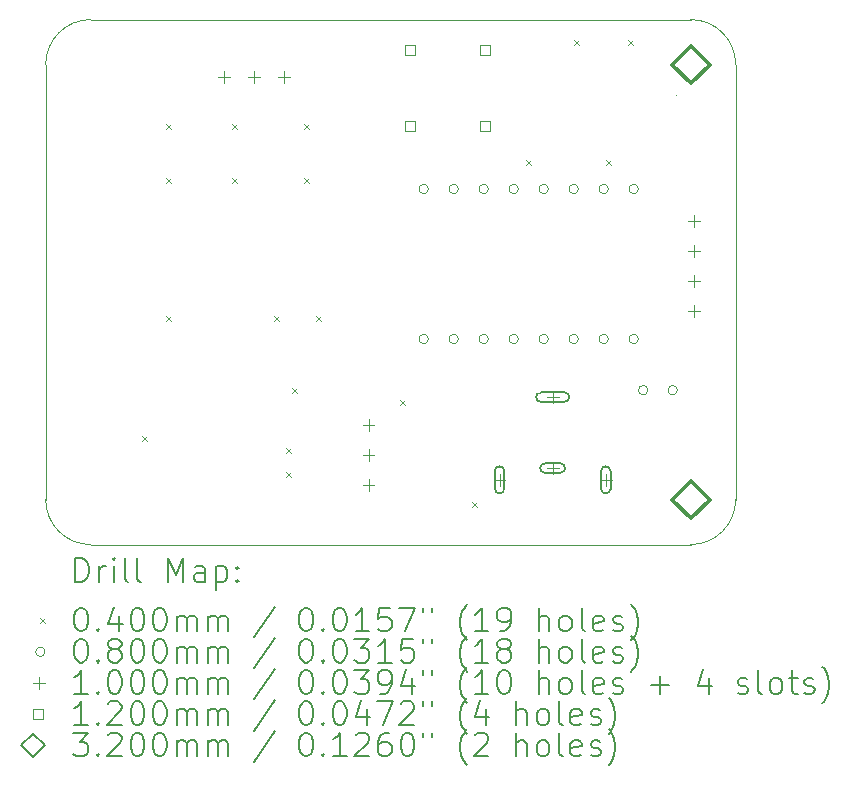
<source format=gbr>
%FSLAX45Y45*%
G04 Gerber Fmt 4.5, Leading zero omitted, Abs format (unit mm)*
G04 Created by KiCad (PCBNEW (6.0.1)) date 2022-02-11 20:30:37*
%MOMM*%
%LPD*%
G01*
G04 APERTURE LIST*
%TA.AperFunction,Profile*%
%ADD10C,0.100000*%
%TD*%
%ADD11C,0.200000*%
%ADD12C,0.040000*%
%ADD13C,0.080000*%
%ADD14C,0.100000*%
%ADD15C,0.120000*%
%ADD16C,0.320000*%
G04 APERTURE END LIST*
D10*
X13081000Y-5015500D02*
G75*
G03*
X13081000Y-5015500I0J0D01*
G01*
X7747000Y-8444500D02*
G75*
G03*
X8128000Y-8825500I381000J0D01*
G01*
X13589000Y-4761500D02*
G75*
G03*
X13208000Y-4380500I-381000J0D01*
G01*
X8128000Y-4380500D02*
G75*
G03*
X7747000Y-4761500I0J-381000D01*
G01*
X7747000Y-4761500D02*
X7747000Y-8444500D01*
X13589000Y-8444500D02*
X13589000Y-4761500D01*
X8128000Y-8825500D02*
X13208000Y-8825500D01*
X13208000Y-4380500D02*
X8128000Y-4380500D01*
X13208000Y-8825500D02*
G75*
G03*
X13589000Y-8444500I0J381000D01*
G01*
D11*
D12*
X8565200Y-7904800D02*
X8605200Y-7944800D01*
X8605200Y-7904800D02*
X8565200Y-7944800D01*
X8768400Y-5263200D02*
X8808400Y-5303200D01*
X8808400Y-5263200D02*
X8768400Y-5303200D01*
X8768400Y-5720400D02*
X8808400Y-5760400D01*
X8808400Y-5720400D02*
X8768400Y-5760400D01*
X8768400Y-6888800D02*
X8808400Y-6928800D01*
X8808400Y-6888800D02*
X8768400Y-6928800D01*
X9327200Y-5263200D02*
X9367200Y-5303200D01*
X9367200Y-5263200D02*
X9327200Y-5303200D01*
X9327200Y-5720400D02*
X9367200Y-5760400D01*
X9367200Y-5720400D02*
X9327200Y-5760400D01*
X9682800Y-6888800D02*
X9722800Y-6928800D01*
X9722800Y-6888800D02*
X9682800Y-6928800D01*
X9784400Y-8006400D02*
X9824400Y-8046400D01*
X9824400Y-8006400D02*
X9784400Y-8046400D01*
X9784400Y-8209600D02*
X9824400Y-8249600D01*
X9824400Y-8209600D02*
X9784400Y-8249600D01*
X9835200Y-7498400D02*
X9875200Y-7538400D01*
X9875200Y-7498400D02*
X9835200Y-7538400D01*
X9936800Y-5263200D02*
X9976800Y-5303200D01*
X9976800Y-5263200D02*
X9936800Y-5303200D01*
X9936800Y-5720400D02*
X9976800Y-5760400D01*
X9976800Y-5720400D02*
X9936800Y-5760400D01*
X10038400Y-6888800D02*
X10078400Y-6928800D01*
X10078400Y-6888800D02*
X10038400Y-6928800D01*
X10749600Y-7600000D02*
X10789600Y-7640000D01*
X10789600Y-7600000D02*
X10749600Y-7640000D01*
X11359200Y-8463600D02*
X11399200Y-8503600D01*
X11399200Y-8463600D02*
X11359200Y-8503600D01*
X11816400Y-5568000D02*
X11856400Y-5608000D01*
X11856400Y-5568000D02*
X11816400Y-5608000D01*
X12222800Y-4552000D02*
X12262800Y-4592000D01*
X12262800Y-4552000D02*
X12222800Y-4592000D01*
X12492040Y-5568000D02*
X12532040Y-5608000D01*
X12532040Y-5568000D02*
X12492040Y-5608000D01*
X12680000Y-4552000D02*
X12720000Y-4592000D01*
X12720000Y-4552000D02*
X12680000Y-4592000D01*
D13*
X10987400Y-5815600D02*
G75*
G03*
X10987400Y-5815600I-40000J0D01*
G01*
X10987400Y-7085600D02*
G75*
G03*
X10987400Y-7085600I-40000J0D01*
G01*
X11241400Y-5815600D02*
G75*
G03*
X11241400Y-5815600I-40000J0D01*
G01*
X11241400Y-7085600D02*
G75*
G03*
X11241400Y-7085600I-40000J0D01*
G01*
X11495400Y-5815600D02*
G75*
G03*
X11495400Y-5815600I-40000J0D01*
G01*
X11495400Y-7085600D02*
G75*
G03*
X11495400Y-7085600I-40000J0D01*
G01*
X11749400Y-5815600D02*
G75*
G03*
X11749400Y-5815600I-40000J0D01*
G01*
X11749400Y-7085600D02*
G75*
G03*
X11749400Y-7085600I-40000J0D01*
G01*
X12003400Y-5815600D02*
G75*
G03*
X12003400Y-5815600I-40000J0D01*
G01*
X12003400Y-7085600D02*
G75*
G03*
X12003400Y-7085600I-40000J0D01*
G01*
X12257400Y-5815600D02*
G75*
G03*
X12257400Y-5815600I-40000J0D01*
G01*
X12257400Y-7085600D02*
G75*
G03*
X12257400Y-7085600I-40000J0D01*
G01*
X12511400Y-5815600D02*
G75*
G03*
X12511400Y-5815600I-40000J0D01*
G01*
X12511400Y-7085600D02*
G75*
G03*
X12511400Y-7085600I-40000J0D01*
G01*
X12765400Y-5815600D02*
G75*
G03*
X12765400Y-5815600I-40000J0D01*
G01*
X12765400Y-7085600D02*
G75*
G03*
X12765400Y-7085600I-40000J0D01*
G01*
X12845600Y-7518400D02*
G75*
G03*
X12845600Y-7518400I-40000J0D01*
G01*
X13095600Y-7518400D02*
G75*
G03*
X13095600Y-7518400I-40000J0D01*
G01*
D14*
X9258300Y-4814100D02*
X9258300Y-4914100D01*
X9208300Y-4864100D02*
X9308300Y-4864100D01*
X9512300Y-4814100D02*
X9512300Y-4914100D01*
X9462300Y-4864100D02*
X9562300Y-4864100D01*
X9766300Y-4814100D02*
X9766300Y-4914100D01*
X9716300Y-4864100D02*
X9816300Y-4864100D01*
X10480650Y-7764990D02*
X10480650Y-7864990D01*
X10430650Y-7814990D02*
X10530650Y-7814990D01*
X10480650Y-8018990D02*
X10480650Y-8118990D01*
X10430650Y-8068990D02*
X10530650Y-8068990D01*
X10480650Y-8272990D02*
X10480650Y-8372990D01*
X10430650Y-8322990D02*
X10530650Y-8322990D01*
X11589600Y-8228000D02*
X11589600Y-8328000D01*
X11539600Y-8278000D02*
X11639600Y-8278000D01*
D11*
X11549600Y-8203000D02*
X11549600Y-8353000D01*
X11629600Y-8203000D02*
X11629600Y-8353000D01*
X11549600Y-8353000D02*
G75*
G03*
X11629600Y-8353000I40000J0D01*
G01*
X11629600Y-8203000D02*
G75*
G03*
X11549600Y-8203000I-40000J0D01*
G01*
D14*
X12039600Y-7528000D02*
X12039600Y-7628000D01*
X11989600Y-7578000D02*
X12089600Y-7578000D01*
D11*
X11939600Y-7618000D02*
X12139600Y-7618000D01*
X11939600Y-7538000D02*
X12139600Y-7538000D01*
X12139600Y-7618000D02*
G75*
G03*
X12139600Y-7538000I0J40000D01*
G01*
X11939600Y-7538000D02*
G75*
G03*
X11939600Y-7618000I0J-40000D01*
G01*
D14*
X12039600Y-8128000D02*
X12039600Y-8228000D01*
X11989600Y-8178000D02*
X12089600Y-8178000D01*
D11*
X11974600Y-8218000D02*
X12104600Y-8218000D01*
X11974600Y-8138000D02*
X12104600Y-8138000D01*
X12104600Y-8218000D02*
G75*
G03*
X12104600Y-8138000I0J40000D01*
G01*
X11974600Y-8138000D02*
G75*
G03*
X11974600Y-8218000I0J-40000D01*
G01*
D14*
X12489600Y-8228000D02*
X12489600Y-8328000D01*
X12439600Y-8278000D02*
X12539600Y-8278000D01*
D11*
X12449600Y-8203000D02*
X12449600Y-8353000D01*
X12529600Y-8203000D02*
X12529600Y-8353000D01*
X12449600Y-8353000D02*
G75*
G03*
X12529600Y-8353000I40000J0D01*
G01*
X12529600Y-8203000D02*
G75*
G03*
X12449600Y-8203000I-40000J0D01*
G01*
D14*
X13233030Y-6036590D02*
X13233030Y-6136590D01*
X13183030Y-6086590D02*
X13283030Y-6086590D01*
X13233030Y-6290590D02*
X13233030Y-6390590D01*
X13183030Y-6340590D02*
X13283030Y-6340590D01*
X13233030Y-6544590D02*
X13233030Y-6644590D01*
X13183030Y-6594590D02*
X13283030Y-6594590D01*
X13233030Y-6798590D02*
X13233030Y-6898590D01*
X13183030Y-6848590D02*
X13283030Y-6848590D01*
D15*
X10875527Y-4684327D02*
X10875527Y-4599473D01*
X10790673Y-4599473D01*
X10790673Y-4684327D01*
X10875527Y-4684327D01*
X10875527Y-5324327D02*
X10875527Y-5239473D01*
X10790673Y-5239473D01*
X10790673Y-5324327D01*
X10875527Y-5324327D01*
X11510527Y-4684327D02*
X11510527Y-4599473D01*
X11425673Y-4599473D01*
X11425673Y-4684327D01*
X11510527Y-4684327D01*
X11510527Y-5324327D02*
X11510527Y-5239473D01*
X11425673Y-5239473D01*
X11425673Y-5324327D01*
X11510527Y-5324327D01*
D16*
X13208000Y-4921500D02*
X13368000Y-4761500D01*
X13208000Y-4601500D01*
X13048000Y-4761500D01*
X13208000Y-4921500D01*
X13208000Y-8604500D02*
X13368000Y-8444500D01*
X13208000Y-8284500D01*
X13048000Y-8444500D01*
X13208000Y-8604500D01*
D11*
X7999619Y-9140976D02*
X7999619Y-8940976D01*
X8047238Y-8940976D01*
X8075809Y-8950500D01*
X8094857Y-8969548D01*
X8104381Y-8988595D01*
X8113905Y-9026690D01*
X8113905Y-9055262D01*
X8104381Y-9093357D01*
X8094857Y-9112405D01*
X8075809Y-9131452D01*
X8047238Y-9140976D01*
X7999619Y-9140976D01*
X8199619Y-9140976D02*
X8199619Y-9007643D01*
X8199619Y-9045738D02*
X8209143Y-9026690D01*
X8218667Y-9017167D01*
X8237714Y-9007643D01*
X8256762Y-9007643D01*
X8323428Y-9140976D02*
X8323428Y-9007643D01*
X8323428Y-8940976D02*
X8313905Y-8950500D01*
X8323428Y-8960024D01*
X8332952Y-8950500D01*
X8323428Y-8940976D01*
X8323428Y-8960024D01*
X8447238Y-9140976D02*
X8428190Y-9131452D01*
X8418667Y-9112405D01*
X8418667Y-8940976D01*
X8552000Y-9140976D02*
X8532952Y-9131452D01*
X8523429Y-9112405D01*
X8523429Y-8940976D01*
X8780571Y-9140976D02*
X8780571Y-8940976D01*
X8847238Y-9083833D01*
X8913905Y-8940976D01*
X8913905Y-9140976D01*
X9094857Y-9140976D02*
X9094857Y-9036214D01*
X9085333Y-9017167D01*
X9066286Y-9007643D01*
X9028190Y-9007643D01*
X9009143Y-9017167D01*
X9094857Y-9131452D02*
X9075810Y-9140976D01*
X9028190Y-9140976D01*
X9009143Y-9131452D01*
X8999619Y-9112405D01*
X8999619Y-9093357D01*
X9009143Y-9074310D01*
X9028190Y-9064786D01*
X9075810Y-9064786D01*
X9094857Y-9055262D01*
X9190095Y-9007643D02*
X9190095Y-9207643D01*
X9190095Y-9017167D02*
X9209143Y-9007643D01*
X9247238Y-9007643D01*
X9266286Y-9017167D01*
X9275810Y-9026690D01*
X9285333Y-9045738D01*
X9285333Y-9102881D01*
X9275810Y-9121929D01*
X9266286Y-9131452D01*
X9247238Y-9140976D01*
X9209143Y-9140976D01*
X9190095Y-9131452D01*
X9371048Y-9121929D02*
X9380571Y-9131452D01*
X9371048Y-9140976D01*
X9361524Y-9131452D01*
X9371048Y-9121929D01*
X9371048Y-9140976D01*
X9371048Y-9017167D02*
X9380571Y-9026690D01*
X9371048Y-9036214D01*
X9361524Y-9026690D01*
X9371048Y-9017167D01*
X9371048Y-9036214D01*
D12*
X7702000Y-9450500D02*
X7742000Y-9490500D01*
X7742000Y-9450500D02*
X7702000Y-9490500D01*
D11*
X8037714Y-9360976D02*
X8056762Y-9360976D01*
X8075809Y-9370500D01*
X8085333Y-9380024D01*
X8094857Y-9399071D01*
X8104381Y-9437167D01*
X8104381Y-9484786D01*
X8094857Y-9522881D01*
X8085333Y-9541929D01*
X8075809Y-9551452D01*
X8056762Y-9560976D01*
X8037714Y-9560976D01*
X8018667Y-9551452D01*
X8009143Y-9541929D01*
X7999619Y-9522881D01*
X7990095Y-9484786D01*
X7990095Y-9437167D01*
X7999619Y-9399071D01*
X8009143Y-9380024D01*
X8018667Y-9370500D01*
X8037714Y-9360976D01*
X8190095Y-9541929D02*
X8199619Y-9551452D01*
X8190095Y-9560976D01*
X8180571Y-9551452D01*
X8190095Y-9541929D01*
X8190095Y-9560976D01*
X8371048Y-9427643D02*
X8371048Y-9560976D01*
X8323428Y-9351452D02*
X8275809Y-9494310D01*
X8399619Y-9494310D01*
X8513905Y-9360976D02*
X8532952Y-9360976D01*
X8552000Y-9370500D01*
X8561524Y-9380024D01*
X8571048Y-9399071D01*
X8580571Y-9437167D01*
X8580571Y-9484786D01*
X8571048Y-9522881D01*
X8561524Y-9541929D01*
X8552000Y-9551452D01*
X8532952Y-9560976D01*
X8513905Y-9560976D01*
X8494857Y-9551452D01*
X8485333Y-9541929D01*
X8475810Y-9522881D01*
X8466286Y-9484786D01*
X8466286Y-9437167D01*
X8475810Y-9399071D01*
X8485333Y-9380024D01*
X8494857Y-9370500D01*
X8513905Y-9360976D01*
X8704381Y-9360976D02*
X8723429Y-9360976D01*
X8742476Y-9370500D01*
X8752000Y-9380024D01*
X8761524Y-9399071D01*
X8771048Y-9437167D01*
X8771048Y-9484786D01*
X8761524Y-9522881D01*
X8752000Y-9541929D01*
X8742476Y-9551452D01*
X8723429Y-9560976D01*
X8704381Y-9560976D01*
X8685333Y-9551452D01*
X8675810Y-9541929D01*
X8666286Y-9522881D01*
X8656762Y-9484786D01*
X8656762Y-9437167D01*
X8666286Y-9399071D01*
X8675810Y-9380024D01*
X8685333Y-9370500D01*
X8704381Y-9360976D01*
X8856762Y-9560976D02*
X8856762Y-9427643D01*
X8856762Y-9446690D02*
X8866286Y-9437167D01*
X8885333Y-9427643D01*
X8913905Y-9427643D01*
X8932952Y-9437167D01*
X8942476Y-9456214D01*
X8942476Y-9560976D01*
X8942476Y-9456214D02*
X8952000Y-9437167D01*
X8971048Y-9427643D01*
X8999619Y-9427643D01*
X9018667Y-9437167D01*
X9028190Y-9456214D01*
X9028190Y-9560976D01*
X9123429Y-9560976D02*
X9123429Y-9427643D01*
X9123429Y-9446690D02*
X9132952Y-9437167D01*
X9152000Y-9427643D01*
X9180571Y-9427643D01*
X9199619Y-9437167D01*
X9209143Y-9456214D01*
X9209143Y-9560976D01*
X9209143Y-9456214D02*
X9218667Y-9437167D01*
X9237714Y-9427643D01*
X9266286Y-9427643D01*
X9285333Y-9437167D01*
X9294857Y-9456214D01*
X9294857Y-9560976D01*
X9685333Y-9351452D02*
X9513905Y-9608595D01*
X9942476Y-9360976D02*
X9961524Y-9360976D01*
X9980571Y-9370500D01*
X9990095Y-9380024D01*
X9999619Y-9399071D01*
X10009143Y-9437167D01*
X10009143Y-9484786D01*
X9999619Y-9522881D01*
X9990095Y-9541929D01*
X9980571Y-9551452D01*
X9961524Y-9560976D01*
X9942476Y-9560976D01*
X9923429Y-9551452D01*
X9913905Y-9541929D01*
X9904381Y-9522881D01*
X9894857Y-9484786D01*
X9894857Y-9437167D01*
X9904381Y-9399071D01*
X9913905Y-9380024D01*
X9923429Y-9370500D01*
X9942476Y-9360976D01*
X10094857Y-9541929D02*
X10104381Y-9551452D01*
X10094857Y-9560976D01*
X10085333Y-9551452D01*
X10094857Y-9541929D01*
X10094857Y-9560976D01*
X10228190Y-9360976D02*
X10247238Y-9360976D01*
X10266286Y-9370500D01*
X10275810Y-9380024D01*
X10285333Y-9399071D01*
X10294857Y-9437167D01*
X10294857Y-9484786D01*
X10285333Y-9522881D01*
X10275810Y-9541929D01*
X10266286Y-9551452D01*
X10247238Y-9560976D01*
X10228190Y-9560976D01*
X10209143Y-9551452D01*
X10199619Y-9541929D01*
X10190095Y-9522881D01*
X10180571Y-9484786D01*
X10180571Y-9437167D01*
X10190095Y-9399071D01*
X10199619Y-9380024D01*
X10209143Y-9370500D01*
X10228190Y-9360976D01*
X10485333Y-9560976D02*
X10371048Y-9560976D01*
X10428190Y-9560976D02*
X10428190Y-9360976D01*
X10409143Y-9389548D01*
X10390095Y-9408595D01*
X10371048Y-9418119D01*
X10666286Y-9360976D02*
X10571048Y-9360976D01*
X10561524Y-9456214D01*
X10571048Y-9446690D01*
X10590095Y-9437167D01*
X10637714Y-9437167D01*
X10656762Y-9446690D01*
X10666286Y-9456214D01*
X10675810Y-9475262D01*
X10675810Y-9522881D01*
X10666286Y-9541929D01*
X10656762Y-9551452D01*
X10637714Y-9560976D01*
X10590095Y-9560976D01*
X10571048Y-9551452D01*
X10561524Y-9541929D01*
X10742476Y-9360976D02*
X10875810Y-9360976D01*
X10790095Y-9560976D01*
X10942476Y-9360976D02*
X10942476Y-9399071D01*
X11018667Y-9360976D02*
X11018667Y-9399071D01*
X11313905Y-9637167D02*
X11304381Y-9627643D01*
X11285333Y-9599071D01*
X11275809Y-9580024D01*
X11266286Y-9551452D01*
X11256762Y-9503833D01*
X11256762Y-9465738D01*
X11266286Y-9418119D01*
X11275809Y-9389548D01*
X11285333Y-9370500D01*
X11304381Y-9341929D01*
X11313905Y-9332405D01*
X11494857Y-9560976D02*
X11380571Y-9560976D01*
X11437714Y-9560976D02*
X11437714Y-9360976D01*
X11418667Y-9389548D01*
X11399619Y-9408595D01*
X11380571Y-9418119D01*
X11590095Y-9560976D02*
X11628190Y-9560976D01*
X11647238Y-9551452D01*
X11656762Y-9541929D01*
X11675809Y-9513357D01*
X11685333Y-9475262D01*
X11685333Y-9399071D01*
X11675809Y-9380024D01*
X11666286Y-9370500D01*
X11647238Y-9360976D01*
X11609143Y-9360976D01*
X11590095Y-9370500D01*
X11580571Y-9380024D01*
X11571048Y-9399071D01*
X11571048Y-9446690D01*
X11580571Y-9465738D01*
X11590095Y-9475262D01*
X11609143Y-9484786D01*
X11647238Y-9484786D01*
X11666286Y-9475262D01*
X11675809Y-9465738D01*
X11685333Y-9446690D01*
X11923428Y-9560976D02*
X11923428Y-9360976D01*
X12009143Y-9560976D02*
X12009143Y-9456214D01*
X11999619Y-9437167D01*
X11980571Y-9427643D01*
X11952000Y-9427643D01*
X11932952Y-9437167D01*
X11923428Y-9446690D01*
X12132952Y-9560976D02*
X12113905Y-9551452D01*
X12104381Y-9541929D01*
X12094857Y-9522881D01*
X12094857Y-9465738D01*
X12104381Y-9446690D01*
X12113905Y-9437167D01*
X12132952Y-9427643D01*
X12161524Y-9427643D01*
X12180571Y-9437167D01*
X12190095Y-9446690D01*
X12199619Y-9465738D01*
X12199619Y-9522881D01*
X12190095Y-9541929D01*
X12180571Y-9551452D01*
X12161524Y-9560976D01*
X12132952Y-9560976D01*
X12313905Y-9560976D02*
X12294857Y-9551452D01*
X12285333Y-9532405D01*
X12285333Y-9360976D01*
X12466286Y-9551452D02*
X12447238Y-9560976D01*
X12409143Y-9560976D01*
X12390095Y-9551452D01*
X12380571Y-9532405D01*
X12380571Y-9456214D01*
X12390095Y-9437167D01*
X12409143Y-9427643D01*
X12447238Y-9427643D01*
X12466286Y-9437167D01*
X12475809Y-9456214D01*
X12475809Y-9475262D01*
X12380571Y-9494310D01*
X12552000Y-9551452D02*
X12571048Y-9560976D01*
X12609143Y-9560976D01*
X12628190Y-9551452D01*
X12637714Y-9532405D01*
X12637714Y-9522881D01*
X12628190Y-9503833D01*
X12609143Y-9494310D01*
X12580571Y-9494310D01*
X12561524Y-9484786D01*
X12552000Y-9465738D01*
X12552000Y-9456214D01*
X12561524Y-9437167D01*
X12580571Y-9427643D01*
X12609143Y-9427643D01*
X12628190Y-9437167D01*
X12704381Y-9637167D02*
X12713905Y-9627643D01*
X12732952Y-9599071D01*
X12742476Y-9580024D01*
X12752000Y-9551452D01*
X12761524Y-9503833D01*
X12761524Y-9465738D01*
X12752000Y-9418119D01*
X12742476Y-9389548D01*
X12732952Y-9370500D01*
X12713905Y-9341929D01*
X12704381Y-9332405D01*
D13*
X7742000Y-9734500D02*
G75*
G03*
X7742000Y-9734500I-40000J0D01*
G01*
D11*
X8037714Y-9624976D02*
X8056762Y-9624976D01*
X8075809Y-9634500D01*
X8085333Y-9644024D01*
X8094857Y-9663071D01*
X8104381Y-9701167D01*
X8104381Y-9748786D01*
X8094857Y-9786881D01*
X8085333Y-9805929D01*
X8075809Y-9815452D01*
X8056762Y-9824976D01*
X8037714Y-9824976D01*
X8018667Y-9815452D01*
X8009143Y-9805929D01*
X7999619Y-9786881D01*
X7990095Y-9748786D01*
X7990095Y-9701167D01*
X7999619Y-9663071D01*
X8009143Y-9644024D01*
X8018667Y-9634500D01*
X8037714Y-9624976D01*
X8190095Y-9805929D02*
X8199619Y-9815452D01*
X8190095Y-9824976D01*
X8180571Y-9815452D01*
X8190095Y-9805929D01*
X8190095Y-9824976D01*
X8313905Y-9710690D02*
X8294857Y-9701167D01*
X8285333Y-9691643D01*
X8275809Y-9672595D01*
X8275809Y-9663071D01*
X8285333Y-9644024D01*
X8294857Y-9634500D01*
X8313905Y-9624976D01*
X8352000Y-9624976D01*
X8371048Y-9634500D01*
X8380571Y-9644024D01*
X8390095Y-9663071D01*
X8390095Y-9672595D01*
X8380571Y-9691643D01*
X8371048Y-9701167D01*
X8352000Y-9710690D01*
X8313905Y-9710690D01*
X8294857Y-9720214D01*
X8285333Y-9729738D01*
X8275809Y-9748786D01*
X8275809Y-9786881D01*
X8285333Y-9805929D01*
X8294857Y-9815452D01*
X8313905Y-9824976D01*
X8352000Y-9824976D01*
X8371048Y-9815452D01*
X8380571Y-9805929D01*
X8390095Y-9786881D01*
X8390095Y-9748786D01*
X8380571Y-9729738D01*
X8371048Y-9720214D01*
X8352000Y-9710690D01*
X8513905Y-9624976D02*
X8532952Y-9624976D01*
X8552000Y-9634500D01*
X8561524Y-9644024D01*
X8571048Y-9663071D01*
X8580571Y-9701167D01*
X8580571Y-9748786D01*
X8571048Y-9786881D01*
X8561524Y-9805929D01*
X8552000Y-9815452D01*
X8532952Y-9824976D01*
X8513905Y-9824976D01*
X8494857Y-9815452D01*
X8485333Y-9805929D01*
X8475810Y-9786881D01*
X8466286Y-9748786D01*
X8466286Y-9701167D01*
X8475810Y-9663071D01*
X8485333Y-9644024D01*
X8494857Y-9634500D01*
X8513905Y-9624976D01*
X8704381Y-9624976D02*
X8723429Y-9624976D01*
X8742476Y-9634500D01*
X8752000Y-9644024D01*
X8761524Y-9663071D01*
X8771048Y-9701167D01*
X8771048Y-9748786D01*
X8761524Y-9786881D01*
X8752000Y-9805929D01*
X8742476Y-9815452D01*
X8723429Y-9824976D01*
X8704381Y-9824976D01*
X8685333Y-9815452D01*
X8675810Y-9805929D01*
X8666286Y-9786881D01*
X8656762Y-9748786D01*
X8656762Y-9701167D01*
X8666286Y-9663071D01*
X8675810Y-9644024D01*
X8685333Y-9634500D01*
X8704381Y-9624976D01*
X8856762Y-9824976D02*
X8856762Y-9691643D01*
X8856762Y-9710690D02*
X8866286Y-9701167D01*
X8885333Y-9691643D01*
X8913905Y-9691643D01*
X8932952Y-9701167D01*
X8942476Y-9720214D01*
X8942476Y-9824976D01*
X8942476Y-9720214D02*
X8952000Y-9701167D01*
X8971048Y-9691643D01*
X8999619Y-9691643D01*
X9018667Y-9701167D01*
X9028190Y-9720214D01*
X9028190Y-9824976D01*
X9123429Y-9824976D02*
X9123429Y-9691643D01*
X9123429Y-9710690D02*
X9132952Y-9701167D01*
X9152000Y-9691643D01*
X9180571Y-9691643D01*
X9199619Y-9701167D01*
X9209143Y-9720214D01*
X9209143Y-9824976D01*
X9209143Y-9720214D02*
X9218667Y-9701167D01*
X9237714Y-9691643D01*
X9266286Y-9691643D01*
X9285333Y-9701167D01*
X9294857Y-9720214D01*
X9294857Y-9824976D01*
X9685333Y-9615452D02*
X9513905Y-9872595D01*
X9942476Y-9624976D02*
X9961524Y-9624976D01*
X9980571Y-9634500D01*
X9990095Y-9644024D01*
X9999619Y-9663071D01*
X10009143Y-9701167D01*
X10009143Y-9748786D01*
X9999619Y-9786881D01*
X9990095Y-9805929D01*
X9980571Y-9815452D01*
X9961524Y-9824976D01*
X9942476Y-9824976D01*
X9923429Y-9815452D01*
X9913905Y-9805929D01*
X9904381Y-9786881D01*
X9894857Y-9748786D01*
X9894857Y-9701167D01*
X9904381Y-9663071D01*
X9913905Y-9644024D01*
X9923429Y-9634500D01*
X9942476Y-9624976D01*
X10094857Y-9805929D02*
X10104381Y-9815452D01*
X10094857Y-9824976D01*
X10085333Y-9815452D01*
X10094857Y-9805929D01*
X10094857Y-9824976D01*
X10228190Y-9624976D02*
X10247238Y-9624976D01*
X10266286Y-9634500D01*
X10275810Y-9644024D01*
X10285333Y-9663071D01*
X10294857Y-9701167D01*
X10294857Y-9748786D01*
X10285333Y-9786881D01*
X10275810Y-9805929D01*
X10266286Y-9815452D01*
X10247238Y-9824976D01*
X10228190Y-9824976D01*
X10209143Y-9815452D01*
X10199619Y-9805929D01*
X10190095Y-9786881D01*
X10180571Y-9748786D01*
X10180571Y-9701167D01*
X10190095Y-9663071D01*
X10199619Y-9644024D01*
X10209143Y-9634500D01*
X10228190Y-9624976D01*
X10361524Y-9624976D02*
X10485333Y-9624976D01*
X10418667Y-9701167D01*
X10447238Y-9701167D01*
X10466286Y-9710690D01*
X10475810Y-9720214D01*
X10485333Y-9739262D01*
X10485333Y-9786881D01*
X10475810Y-9805929D01*
X10466286Y-9815452D01*
X10447238Y-9824976D01*
X10390095Y-9824976D01*
X10371048Y-9815452D01*
X10361524Y-9805929D01*
X10675810Y-9824976D02*
X10561524Y-9824976D01*
X10618667Y-9824976D02*
X10618667Y-9624976D01*
X10599619Y-9653548D01*
X10580571Y-9672595D01*
X10561524Y-9682119D01*
X10856762Y-9624976D02*
X10761524Y-9624976D01*
X10752000Y-9720214D01*
X10761524Y-9710690D01*
X10780571Y-9701167D01*
X10828190Y-9701167D01*
X10847238Y-9710690D01*
X10856762Y-9720214D01*
X10866286Y-9739262D01*
X10866286Y-9786881D01*
X10856762Y-9805929D01*
X10847238Y-9815452D01*
X10828190Y-9824976D01*
X10780571Y-9824976D01*
X10761524Y-9815452D01*
X10752000Y-9805929D01*
X10942476Y-9624976D02*
X10942476Y-9663071D01*
X11018667Y-9624976D02*
X11018667Y-9663071D01*
X11313905Y-9901167D02*
X11304381Y-9891643D01*
X11285333Y-9863071D01*
X11275809Y-9844024D01*
X11266286Y-9815452D01*
X11256762Y-9767833D01*
X11256762Y-9729738D01*
X11266286Y-9682119D01*
X11275809Y-9653548D01*
X11285333Y-9634500D01*
X11304381Y-9605929D01*
X11313905Y-9596405D01*
X11494857Y-9824976D02*
X11380571Y-9824976D01*
X11437714Y-9824976D02*
X11437714Y-9624976D01*
X11418667Y-9653548D01*
X11399619Y-9672595D01*
X11380571Y-9682119D01*
X11609143Y-9710690D02*
X11590095Y-9701167D01*
X11580571Y-9691643D01*
X11571048Y-9672595D01*
X11571048Y-9663071D01*
X11580571Y-9644024D01*
X11590095Y-9634500D01*
X11609143Y-9624976D01*
X11647238Y-9624976D01*
X11666286Y-9634500D01*
X11675809Y-9644024D01*
X11685333Y-9663071D01*
X11685333Y-9672595D01*
X11675809Y-9691643D01*
X11666286Y-9701167D01*
X11647238Y-9710690D01*
X11609143Y-9710690D01*
X11590095Y-9720214D01*
X11580571Y-9729738D01*
X11571048Y-9748786D01*
X11571048Y-9786881D01*
X11580571Y-9805929D01*
X11590095Y-9815452D01*
X11609143Y-9824976D01*
X11647238Y-9824976D01*
X11666286Y-9815452D01*
X11675809Y-9805929D01*
X11685333Y-9786881D01*
X11685333Y-9748786D01*
X11675809Y-9729738D01*
X11666286Y-9720214D01*
X11647238Y-9710690D01*
X11923428Y-9824976D02*
X11923428Y-9624976D01*
X12009143Y-9824976D02*
X12009143Y-9720214D01*
X11999619Y-9701167D01*
X11980571Y-9691643D01*
X11952000Y-9691643D01*
X11932952Y-9701167D01*
X11923428Y-9710690D01*
X12132952Y-9824976D02*
X12113905Y-9815452D01*
X12104381Y-9805929D01*
X12094857Y-9786881D01*
X12094857Y-9729738D01*
X12104381Y-9710690D01*
X12113905Y-9701167D01*
X12132952Y-9691643D01*
X12161524Y-9691643D01*
X12180571Y-9701167D01*
X12190095Y-9710690D01*
X12199619Y-9729738D01*
X12199619Y-9786881D01*
X12190095Y-9805929D01*
X12180571Y-9815452D01*
X12161524Y-9824976D01*
X12132952Y-9824976D01*
X12313905Y-9824976D02*
X12294857Y-9815452D01*
X12285333Y-9796405D01*
X12285333Y-9624976D01*
X12466286Y-9815452D02*
X12447238Y-9824976D01*
X12409143Y-9824976D01*
X12390095Y-9815452D01*
X12380571Y-9796405D01*
X12380571Y-9720214D01*
X12390095Y-9701167D01*
X12409143Y-9691643D01*
X12447238Y-9691643D01*
X12466286Y-9701167D01*
X12475809Y-9720214D01*
X12475809Y-9739262D01*
X12380571Y-9758310D01*
X12552000Y-9815452D02*
X12571048Y-9824976D01*
X12609143Y-9824976D01*
X12628190Y-9815452D01*
X12637714Y-9796405D01*
X12637714Y-9786881D01*
X12628190Y-9767833D01*
X12609143Y-9758310D01*
X12580571Y-9758310D01*
X12561524Y-9748786D01*
X12552000Y-9729738D01*
X12552000Y-9720214D01*
X12561524Y-9701167D01*
X12580571Y-9691643D01*
X12609143Y-9691643D01*
X12628190Y-9701167D01*
X12704381Y-9901167D02*
X12713905Y-9891643D01*
X12732952Y-9863071D01*
X12742476Y-9844024D01*
X12752000Y-9815452D01*
X12761524Y-9767833D01*
X12761524Y-9729738D01*
X12752000Y-9682119D01*
X12742476Y-9653548D01*
X12732952Y-9634500D01*
X12713905Y-9605929D01*
X12704381Y-9596405D01*
D14*
X7692000Y-9948500D02*
X7692000Y-10048500D01*
X7642000Y-9998500D02*
X7742000Y-9998500D01*
D11*
X8104381Y-10088976D02*
X7990095Y-10088976D01*
X8047238Y-10088976D02*
X8047238Y-9888976D01*
X8028190Y-9917548D01*
X8009143Y-9936595D01*
X7990095Y-9946119D01*
X8190095Y-10069929D02*
X8199619Y-10079452D01*
X8190095Y-10088976D01*
X8180571Y-10079452D01*
X8190095Y-10069929D01*
X8190095Y-10088976D01*
X8323428Y-9888976D02*
X8342476Y-9888976D01*
X8361524Y-9898500D01*
X8371048Y-9908024D01*
X8380571Y-9927071D01*
X8390095Y-9965167D01*
X8390095Y-10012786D01*
X8380571Y-10050881D01*
X8371048Y-10069929D01*
X8361524Y-10079452D01*
X8342476Y-10088976D01*
X8323428Y-10088976D01*
X8304381Y-10079452D01*
X8294857Y-10069929D01*
X8285333Y-10050881D01*
X8275809Y-10012786D01*
X8275809Y-9965167D01*
X8285333Y-9927071D01*
X8294857Y-9908024D01*
X8304381Y-9898500D01*
X8323428Y-9888976D01*
X8513905Y-9888976D02*
X8532952Y-9888976D01*
X8552000Y-9898500D01*
X8561524Y-9908024D01*
X8571048Y-9927071D01*
X8580571Y-9965167D01*
X8580571Y-10012786D01*
X8571048Y-10050881D01*
X8561524Y-10069929D01*
X8552000Y-10079452D01*
X8532952Y-10088976D01*
X8513905Y-10088976D01*
X8494857Y-10079452D01*
X8485333Y-10069929D01*
X8475810Y-10050881D01*
X8466286Y-10012786D01*
X8466286Y-9965167D01*
X8475810Y-9927071D01*
X8485333Y-9908024D01*
X8494857Y-9898500D01*
X8513905Y-9888976D01*
X8704381Y-9888976D02*
X8723429Y-9888976D01*
X8742476Y-9898500D01*
X8752000Y-9908024D01*
X8761524Y-9927071D01*
X8771048Y-9965167D01*
X8771048Y-10012786D01*
X8761524Y-10050881D01*
X8752000Y-10069929D01*
X8742476Y-10079452D01*
X8723429Y-10088976D01*
X8704381Y-10088976D01*
X8685333Y-10079452D01*
X8675810Y-10069929D01*
X8666286Y-10050881D01*
X8656762Y-10012786D01*
X8656762Y-9965167D01*
X8666286Y-9927071D01*
X8675810Y-9908024D01*
X8685333Y-9898500D01*
X8704381Y-9888976D01*
X8856762Y-10088976D02*
X8856762Y-9955643D01*
X8856762Y-9974690D02*
X8866286Y-9965167D01*
X8885333Y-9955643D01*
X8913905Y-9955643D01*
X8932952Y-9965167D01*
X8942476Y-9984214D01*
X8942476Y-10088976D01*
X8942476Y-9984214D02*
X8952000Y-9965167D01*
X8971048Y-9955643D01*
X8999619Y-9955643D01*
X9018667Y-9965167D01*
X9028190Y-9984214D01*
X9028190Y-10088976D01*
X9123429Y-10088976D02*
X9123429Y-9955643D01*
X9123429Y-9974690D02*
X9132952Y-9965167D01*
X9152000Y-9955643D01*
X9180571Y-9955643D01*
X9199619Y-9965167D01*
X9209143Y-9984214D01*
X9209143Y-10088976D01*
X9209143Y-9984214D02*
X9218667Y-9965167D01*
X9237714Y-9955643D01*
X9266286Y-9955643D01*
X9285333Y-9965167D01*
X9294857Y-9984214D01*
X9294857Y-10088976D01*
X9685333Y-9879452D02*
X9513905Y-10136595D01*
X9942476Y-9888976D02*
X9961524Y-9888976D01*
X9980571Y-9898500D01*
X9990095Y-9908024D01*
X9999619Y-9927071D01*
X10009143Y-9965167D01*
X10009143Y-10012786D01*
X9999619Y-10050881D01*
X9990095Y-10069929D01*
X9980571Y-10079452D01*
X9961524Y-10088976D01*
X9942476Y-10088976D01*
X9923429Y-10079452D01*
X9913905Y-10069929D01*
X9904381Y-10050881D01*
X9894857Y-10012786D01*
X9894857Y-9965167D01*
X9904381Y-9927071D01*
X9913905Y-9908024D01*
X9923429Y-9898500D01*
X9942476Y-9888976D01*
X10094857Y-10069929D02*
X10104381Y-10079452D01*
X10094857Y-10088976D01*
X10085333Y-10079452D01*
X10094857Y-10069929D01*
X10094857Y-10088976D01*
X10228190Y-9888976D02*
X10247238Y-9888976D01*
X10266286Y-9898500D01*
X10275810Y-9908024D01*
X10285333Y-9927071D01*
X10294857Y-9965167D01*
X10294857Y-10012786D01*
X10285333Y-10050881D01*
X10275810Y-10069929D01*
X10266286Y-10079452D01*
X10247238Y-10088976D01*
X10228190Y-10088976D01*
X10209143Y-10079452D01*
X10199619Y-10069929D01*
X10190095Y-10050881D01*
X10180571Y-10012786D01*
X10180571Y-9965167D01*
X10190095Y-9927071D01*
X10199619Y-9908024D01*
X10209143Y-9898500D01*
X10228190Y-9888976D01*
X10361524Y-9888976D02*
X10485333Y-9888976D01*
X10418667Y-9965167D01*
X10447238Y-9965167D01*
X10466286Y-9974690D01*
X10475810Y-9984214D01*
X10485333Y-10003262D01*
X10485333Y-10050881D01*
X10475810Y-10069929D01*
X10466286Y-10079452D01*
X10447238Y-10088976D01*
X10390095Y-10088976D01*
X10371048Y-10079452D01*
X10361524Y-10069929D01*
X10580571Y-10088976D02*
X10618667Y-10088976D01*
X10637714Y-10079452D01*
X10647238Y-10069929D01*
X10666286Y-10041357D01*
X10675810Y-10003262D01*
X10675810Y-9927071D01*
X10666286Y-9908024D01*
X10656762Y-9898500D01*
X10637714Y-9888976D01*
X10599619Y-9888976D01*
X10580571Y-9898500D01*
X10571048Y-9908024D01*
X10561524Y-9927071D01*
X10561524Y-9974690D01*
X10571048Y-9993738D01*
X10580571Y-10003262D01*
X10599619Y-10012786D01*
X10637714Y-10012786D01*
X10656762Y-10003262D01*
X10666286Y-9993738D01*
X10675810Y-9974690D01*
X10847238Y-9955643D02*
X10847238Y-10088976D01*
X10799619Y-9879452D02*
X10752000Y-10022310D01*
X10875810Y-10022310D01*
X10942476Y-9888976D02*
X10942476Y-9927071D01*
X11018667Y-9888976D02*
X11018667Y-9927071D01*
X11313905Y-10165167D02*
X11304381Y-10155643D01*
X11285333Y-10127071D01*
X11275809Y-10108024D01*
X11266286Y-10079452D01*
X11256762Y-10031833D01*
X11256762Y-9993738D01*
X11266286Y-9946119D01*
X11275809Y-9917548D01*
X11285333Y-9898500D01*
X11304381Y-9869929D01*
X11313905Y-9860405D01*
X11494857Y-10088976D02*
X11380571Y-10088976D01*
X11437714Y-10088976D02*
X11437714Y-9888976D01*
X11418667Y-9917548D01*
X11399619Y-9936595D01*
X11380571Y-9946119D01*
X11618667Y-9888976D02*
X11637714Y-9888976D01*
X11656762Y-9898500D01*
X11666286Y-9908024D01*
X11675809Y-9927071D01*
X11685333Y-9965167D01*
X11685333Y-10012786D01*
X11675809Y-10050881D01*
X11666286Y-10069929D01*
X11656762Y-10079452D01*
X11637714Y-10088976D01*
X11618667Y-10088976D01*
X11599619Y-10079452D01*
X11590095Y-10069929D01*
X11580571Y-10050881D01*
X11571048Y-10012786D01*
X11571048Y-9965167D01*
X11580571Y-9927071D01*
X11590095Y-9908024D01*
X11599619Y-9898500D01*
X11618667Y-9888976D01*
X11923428Y-10088976D02*
X11923428Y-9888976D01*
X12009143Y-10088976D02*
X12009143Y-9984214D01*
X11999619Y-9965167D01*
X11980571Y-9955643D01*
X11952000Y-9955643D01*
X11932952Y-9965167D01*
X11923428Y-9974690D01*
X12132952Y-10088976D02*
X12113905Y-10079452D01*
X12104381Y-10069929D01*
X12094857Y-10050881D01*
X12094857Y-9993738D01*
X12104381Y-9974690D01*
X12113905Y-9965167D01*
X12132952Y-9955643D01*
X12161524Y-9955643D01*
X12180571Y-9965167D01*
X12190095Y-9974690D01*
X12199619Y-9993738D01*
X12199619Y-10050881D01*
X12190095Y-10069929D01*
X12180571Y-10079452D01*
X12161524Y-10088976D01*
X12132952Y-10088976D01*
X12313905Y-10088976D02*
X12294857Y-10079452D01*
X12285333Y-10060405D01*
X12285333Y-9888976D01*
X12466286Y-10079452D02*
X12447238Y-10088976D01*
X12409143Y-10088976D01*
X12390095Y-10079452D01*
X12380571Y-10060405D01*
X12380571Y-9984214D01*
X12390095Y-9965167D01*
X12409143Y-9955643D01*
X12447238Y-9955643D01*
X12466286Y-9965167D01*
X12475809Y-9984214D01*
X12475809Y-10003262D01*
X12380571Y-10022310D01*
X12552000Y-10079452D02*
X12571048Y-10088976D01*
X12609143Y-10088976D01*
X12628190Y-10079452D01*
X12637714Y-10060405D01*
X12637714Y-10050881D01*
X12628190Y-10031833D01*
X12609143Y-10022310D01*
X12580571Y-10022310D01*
X12561524Y-10012786D01*
X12552000Y-9993738D01*
X12552000Y-9984214D01*
X12561524Y-9965167D01*
X12580571Y-9955643D01*
X12609143Y-9955643D01*
X12628190Y-9965167D01*
X12875809Y-10012786D02*
X13028190Y-10012786D01*
X12952000Y-10088976D02*
X12952000Y-9936595D01*
X13361524Y-9955643D02*
X13361524Y-10088976D01*
X13313905Y-9879452D02*
X13266286Y-10022310D01*
X13390095Y-10022310D01*
X13609143Y-10079452D02*
X13628190Y-10088976D01*
X13666286Y-10088976D01*
X13685333Y-10079452D01*
X13694857Y-10060405D01*
X13694857Y-10050881D01*
X13685333Y-10031833D01*
X13666286Y-10022310D01*
X13637714Y-10022310D01*
X13618667Y-10012786D01*
X13609143Y-9993738D01*
X13609143Y-9984214D01*
X13618667Y-9965167D01*
X13637714Y-9955643D01*
X13666286Y-9955643D01*
X13685333Y-9965167D01*
X13809143Y-10088976D02*
X13790095Y-10079452D01*
X13780571Y-10060405D01*
X13780571Y-9888976D01*
X13913905Y-10088976D02*
X13894857Y-10079452D01*
X13885333Y-10069929D01*
X13875809Y-10050881D01*
X13875809Y-9993738D01*
X13885333Y-9974690D01*
X13894857Y-9965167D01*
X13913905Y-9955643D01*
X13942476Y-9955643D01*
X13961524Y-9965167D01*
X13971048Y-9974690D01*
X13980571Y-9993738D01*
X13980571Y-10050881D01*
X13971048Y-10069929D01*
X13961524Y-10079452D01*
X13942476Y-10088976D01*
X13913905Y-10088976D01*
X14037714Y-9955643D02*
X14113905Y-9955643D01*
X14066286Y-9888976D02*
X14066286Y-10060405D01*
X14075809Y-10079452D01*
X14094857Y-10088976D01*
X14113905Y-10088976D01*
X14171048Y-10079452D02*
X14190095Y-10088976D01*
X14228190Y-10088976D01*
X14247238Y-10079452D01*
X14256762Y-10060405D01*
X14256762Y-10050881D01*
X14247238Y-10031833D01*
X14228190Y-10022310D01*
X14199619Y-10022310D01*
X14180571Y-10012786D01*
X14171048Y-9993738D01*
X14171048Y-9984214D01*
X14180571Y-9965167D01*
X14199619Y-9955643D01*
X14228190Y-9955643D01*
X14247238Y-9965167D01*
X14323428Y-10165167D02*
X14332952Y-10155643D01*
X14352000Y-10127071D01*
X14361524Y-10108024D01*
X14371048Y-10079452D01*
X14380571Y-10031833D01*
X14380571Y-9993738D01*
X14371048Y-9946119D01*
X14361524Y-9917548D01*
X14352000Y-9898500D01*
X14332952Y-9869929D01*
X14323428Y-9860405D01*
D15*
X7724427Y-10304927D02*
X7724427Y-10220073D01*
X7639573Y-10220073D01*
X7639573Y-10304927D01*
X7724427Y-10304927D01*
D11*
X8104381Y-10352976D02*
X7990095Y-10352976D01*
X8047238Y-10352976D02*
X8047238Y-10152976D01*
X8028190Y-10181548D01*
X8009143Y-10200595D01*
X7990095Y-10210119D01*
X8190095Y-10333929D02*
X8199619Y-10343452D01*
X8190095Y-10352976D01*
X8180571Y-10343452D01*
X8190095Y-10333929D01*
X8190095Y-10352976D01*
X8275809Y-10172024D02*
X8285333Y-10162500D01*
X8304381Y-10152976D01*
X8352000Y-10152976D01*
X8371048Y-10162500D01*
X8380571Y-10172024D01*
X8390095Y-10191071D01*
X8390095Y-10210119D01*
X8380571Y-10238690D01*
X8266286Y-10352976D01*
X8390095Y-10352976D01*
X8513905Y-10152976D02*
X8532952Y-10152976D01*
X8552000Y-10162500D01*
X8561524Y-10172024D01*
X8571048Y-10191071D01*
X8580571Y-10229167D01*
X8580571Y-10276786D01*
X8571048Y-10314881D01*
X8561524Y-10333929D01*
X8552000Y-10343452D01*
X8532952Y-10352976D01*
X8513905Y-10352976D01*
X8494857Y-10343452D01*
X8485333Y-10333929D01*
X8475810Y-10314881D01*
X8466286Y-10276786D01*
X8466286Y-10229167D01*
X8475810Y-10191071D01*
X8485333Y-10172024D01*
X8494857Y-10162500D01*
X8513905Y-10152976D01*
X8704381Y-10152976D02*
X8723429Y-10152976D01*
X8742476Y-10162500D01*
X8752000Y-10172024D01*
X8761524Y-10191071D01*
X8771048Y-10229167D01*
X8771048Y-10276786D01*
X8761524Y-10314881D01*
X8752000Y-10333929D01*
X8742476Y-10343452D01*
X8723429Y-10352976D01*
X8704381Y-10352976D01*
X8685333Y-10343452D01*
X8675810Y-10333929D01*
X8666286Y-10314881D01*
X8656762Y-10276786D01*
X8656762Y-10229167D01*
X8666286Y-10191071D01*
X8675810Y-10172024D01*
X8685333Y-10162500D01*
X8704381Y-10152976D01*
X8856762Y-10352976D02*
X8856762Y-10219643D01*
X8856762Y-10238690D02*
X8866286Y-10229167D01*
X8885333Y-10219643D01*
X8913905Y-10219643D01*
X8932952Y-10229167D01*
X8942476Y-10248214D01*
X8942476Y-10352976D01*
X8942476Y-10248214D02*
X8952000Y-10229167D01*
X8971048Y-10219643D01*
X8999619Y-10219643D01*
X9018667Y-10229167D01*
X9028190Y-10248214D01*
X9028190Y-10352976D01*
X9123429Y-10352976D02*
X9123429Y-10219643D01*
X9123429Y-10238690D02*
X9132952Y-10229167D01*
X9152000Y-10219643D01*
X9180571Y-10219643D01*
X9199619Y-10229167D01*
X9209143Y-10248214D01*
X9209143Y-10352976D01*
X9209143Y-10248214D02*
X9218667Y-10229167D01*
X9237714Y-10219643D01*
X9266286Y-10219643D01*
X9285333Y-10229167D01*
X9294857Y-10248214D01*
X9294857Y-10352976D01*
X9685333Y-10143452D02*
X9513905Y-10400595D01*
X9942476Y-10152976D02*
X9961524Y-10152976D01*
X9980571Y-10162500D01*
X9990095Y-10172024D01*
X9999619Y-10191071D01*
X10009143Y-10229167D01*
X10009143Y-10276786D01*
X9999619Y-10314881D01*
X9990095Y-10333929D01*
X9980571Y-10343452D01*
X9961524Y-10352976D01*
X9942476Y-10352976D01*
X9923429Y-10343452D01*
X9913905Y-10333929D01*
X9904381Y-10314881D01*
X9894857Y-10276786D01*
X9894857Y-10229167D01*
X9904381Y-10191071D01*
X9913905Y-10172024D01*
X9923429Y-10162500D01*
X9942476Y-10152976D01*
X10094857Y-10333929D02*
X10104381Y-10343452D01*
X10094857Y-10352976D01*
X10085333Y-10343452D01*
X10094857Y-10333929D01*
X10094857Y-10352976D01*
X10228190Y-10152976D02*
X10247238Y-10152976D01*
X10266286Y-10162500D01*
X10275810Y-10172024D01*
X10285333Y-10191071D01*
X10294857Y-10229167D01*
X10294857Y-10276786D01*
X10285333Y-10314881D01*
X10275810Y-10333929D01*
X10266286Y-10343452D01*
X10247238Y-10352976D01*
X10228190Y-10352976D01*
X10209143Y-10343452D01*
X10199619Y-10333929D01*
X10190095Y-10314881D01*
X10180571Y-10276786D01*
X10180571Y-10229167D01*
X10190095Y-10191071D01*
X10199619Y-10172024D01*
X10209143Y-10162500D01*
X10228190Y-10152976D01*
X10466286Y-10219643D02*
X10466286Y-10352976D01*
X10418667Y-10143452D02*
X10371048Y-10286310D01*
X10494857Y-10286310D01*
X10552000Y-10152976D02*
X10685333Y-10152976D01*
X10599619Y-10352976D01*
X10752000Y-10172024D02*
X10761524Y-10162500D01*
X10780571Y-10152976D01*
X10828190Y-10152976D01*
X10847238Y-10162500D01*
X10856762Y-10172024D01*
X10866286Y-10191071D01*
X10866286Y-10210119D01*
X10856762Y-10238690D01*
X10742476Y-10352976D01*
X10866286Y-10352976D01*
X10942476Y-10152976D02*
X10942476Y-10191071D01*
X11018667Y-10152976D02*
X11018667Y-10191071D01*
X11313905Y-10429167D02*
X11304381Y-10419643D01*
X11285333Y-10391071D01*
X11275809Y-10372024D01*
X11266286Y-10343452D01*
X11256762Y-10295833D01*
X11256762Y-10257738D01*
X11266286Y-10210119D01*
X11275809Y-10181548D01*
X11285333Y-10162500D01*
X11304381Y-10133929D01*
X11313905Y-10124405D01*
X11475809Y-10219643D02*
X11475809Y-10352976D01*
X11428190Y-10143452D02*
X11380571Y-10286310D01*
X11504381Y-10286310D01*
X11732952Y-10352976D02*
X11732952Y-10152976D01*
X11818667Y-10352976D02*
X11818667Y-10248214D01*
X11809143Y-10229167D01*
X11790095Y-10219643D01*
X11761524Y-10219643D01*
X11742476Y-10229167D01*
X11732952Y-10238690D01*
X11942476Y-10352976D02*
X11923428Y-10343452D01*
X11913905Y-10333929D01*
X11904381Y-10314881D01*
X11904381Y-10257738D01*
X11913905Y-10238690D01*
X11923428Y-10229167D01*
X11942476Y-10219643D01*
X11971048Y-10219643D01*
X11990095Y-10229167D01*
X11999619Y-10238690D01*
X12009143Y-10257738D01*
X12009143Y-10314881D01*
X11999619Y-10333929D01*
X11990095Y-10343452D01*
X11971048Y-10352976D01*
X11942476Y-10352976D01*
X12123428Y-10352976D02*
X12104381Y-10343452D01*
X12094857Y-10324405D01*
X12094857Y-10152976D01*
X12275809Y-10343452D02*
X12256762Y-10352976D01*
X12218667Y-10352976D01*
X12199619Y-10343452D01*
X12190095Y-10324405D01*
X12190095Y-10248214D01*
X12199619Y-10229167D01*
X12218667Y-10219643D01*
X12256762Y-10219643D01*
X12275809Y-10229167D01*
X12285333Y-10248214D01*
X12285333Y-10267262D01*
X12190095Y-10286310D01*
X12361524Y-10343452D02*
X12380571Y-10352976D01*
X12418667Y-10352976D01*
X12437714Y-10343452D01*
X12447238Y-10324405D01*
X12447238Y-10314881D01*
X12437714Y-10295833D01*
X12418667Y-10286310D01*
X12390095Y-10286310D01*
X12371048Y-10276786D01*
X12361524Y-10257738D01*
X12361524Y-10248214D01*
X12371048Y-10229167D01*
X12390095Y-10219643D01*
X12418667Y-10219643D01*
X12437714Y-10229167D01*
X12513905Y-10429167D02*
X12523428Y-10419643D01*
X12542476Y-10391071D01*
X12552000Y-10372024D01*
X12561524Y-10343452D01*
X12571048Y-10295833D01*
X12571048Y-10257738D01*
X12561524Y-10210119D01*
X12552000Y-10181548D01*
X12542476Y-10162500D01*
X12523428Y-10133929D01*
X12513905Y-10124405D01*
X7642000Y-10626500D02*
X7742000Y-10526500D01*
X7642000Y-10426500D01*
X7542000Y-10526500D01*
X7642000Y-10626500D01*
X7980571Y-10416976D02*
X8104381Y-10416976D01*
X8037714Y-10493167D01*
X8066286Y-10493167D01*
X8085333Y-10502690D01*
X8094857Y-10512214D01*
X8104381Y-10531262D01*
X8104381Y-10578881D01*
X8094857Y-10597929D01*
X8085333Y-10607452D01*
X8066286Y-10616976D01*
X8009143Y-10616976D01*
X7990095Y-10607452D01*
X7980571Y-10597929D01*
X8190095Y-10597929D02*
X8199619Y-10607452D01*
X8190095Y-10616976D01*
X8180571Y-10607452D01*
X8190095Y-10597929D01*
X8190095Y-10616976D01*
X8275809Y-10436024D02*
X8285333Y-10426500D01*
X8304381Y-10416976D01*
X8352000Y-10416976D01*
X8371048Y-10426500D01*
X8380571Y-10436024D01*
X8390095Y-10455071D01*
X8390095Y-10474119D01*
X8380571Y-10502690D01*
X8266286Y-10616976D01*
X8390095Y-10616976D01*
X8513905Y-10416976D02*
X8532952Y-10416976D01*
X8552000Y-10426500D01*
X8561524Y-10436024D01*
X8571048Y-10455071D01*
X8580571Y-10493167D01*
X8580571Y-10540786D01*
X8571048Y-10578881D01*
X8561524Y-10597929D01*
X8552000Y-10607452D01*
X8532952Y-10616976D01*
X8513905Y-10616976D01*
X8494857Y-10607452D01*
X8485333Y-10597929D01*
X8475810Y-10578881D01*
X8466286Y-10540786D01*
X8466286Y-10493167D01*
X8475810Y-10455071D01*
X8485333Y-10436024D01*
X8494857Y-10426500D01*
X8513905Y-10416976D01*
X8704381Y-10416976D02*
X8723429Y-10416976D01*
X8742476Y-10426500D01*
X8752000Y-10436024D01*
X8761524Y-10455071D01*
X8771048Y-10493167D01*
X8771048Y-10540786D01*
X8761524Y-10578881D01*
X8752000Y-10597929D01*
X8742476Y-10607452D01*
X8723429Y-10616976D01*
X8704381Y-10616976D01*
X8685333Y-10607452D01*
X8675810Y-10597929D01*
X8666286Y-10578881D01*
X8656762Y-10540786D01*
X8656762Y-10493167D01*
X8666286Y-10455071D01*
X8675810Y-10436024D01*
X8685333Y-10426500D01*
X8704381Y-10416976D01*
X8856762Y-10616976D02*
X8856762Y-10483643D01*
X8856762Y-10502690D02*
X8866286Y-10493167D01*
X8885333Y-10483643D01*
X8913905Y-10483643D01*
X8932952Y-10493167D01*
X8942476Y-10512214D01*
X8942476Y-10616976D01*
X8942476Y-10512214D02*
X8952000Y-10493167D01*
X8971048Y-10483643D01*
X8999619Y-10483643D01*
X9018667Y-10493167D01*
X9028190Y-10512214D01*
X9028190Y-10616976D01*
X9123429Y-10616976D02*
X9123429Y-10483643D01*
X9123429Y-10502690D02*
X9132952Y-10493167D01*
X9152000Y-10483643D01*
X9180571Y-10483643D01*
X9199619Y-10493167D01*
X9209143Y-10512214D01*
X9209143Y-10616976D01*
X9209143Y-10512214D02*
X9218667Y-10493167D01*
X9237714Y-10483643D01*
X9266286Y-10483643D01*
X9285333Y-10493167D01*
X9294857Y-10512214D01*
X9294857Y-10616976D01*
X9685333Y-10407452D02*
X9513905Y-10664595D01*
X9942476Y-10416976D02*
X9961524Y-10416976D01*
X9980571Y-10426500D01*
X9990095Y-10436024D01*
X9999619Y-10455071D01*
X10009143Y-10493167D01*
X10009143Y-10540786D01*
X9999619Y-10578881D01*
X9990095Y-10597929D01*
X9980571Y-10607452D01*
X9961524Y-10616976D01*
X9942476Y-10616976D01*
X9923429Y-10607452D01*
X9913905Y-10597929D01*
X9904381Y-10578881D01*
X9894857Y-10540786D01*
X9894857Y-10493167D01*
X9904381Y-10455071D01*
X9913905Y-10436024D01*
X9923429Y-10426500D01*
X9942476Y-10416976D01*
X10094857Y-10597929D02*
X10104381Y-10607452D01*
X10094857Y-10616976D01*
X10085333Y-10607452D01*
X10094857Y-10597929D01*
X10094857Y-10616976D01*
X10294857Y-10616976D02*
X10180571Y-10616976D01*
X10237714Y-10616976D02*
X10237714Y-10416976D01*
X10218667Y-10445548D01*
X10199619Y-10464595D01*
X10180571Y-10474119D01*
X10371048Y-10436024D02*
X10380571Y-10426500D01*
X10399619Y-10416976D01*
X10447238Y-10416976D01*
X10466286Y-10426500D01*
X10475810Y-10436024D01*
X10485333Y-10455071D01*
X10485333Y-10474119D01*
X10475810Y-10502690D01*
X10361524Y-10616976D01*
X10485333Y-10616976D01*
X10656762Y-10416976D02*
X10618667Y-10416976D01*
X10599619Y-10426500D01*
X10590095Y-10436024D01*
X10571048Y-10464595D01*
X10561524Y-10502690D01*
X10561524Y-10578881D01*
X10571048Y-10597929D01*
X10580571Y-10607452D01*
X10599619Y-10616976D01*
X10637714Y-10616976D01*
X10656762Y-10607452D01*
X10666286Y-10597929D01*
X10675810Y-10578881D01*
X10675810Y-10531262D01*
X10666286Y-10512214D01*
X10656762Y-10502690D01*
X10637714Y-10493167D01*
X10599619Y-10493167D01*
X10580571Y-10502690D01*
X10571048Y-10512214D01*
X10561524Y-10531262D01*
X10799619Y-10416976D02*
X10818667Y-10416976D01*
X10837714Y-10426500D01*
X10847238Y-10436024D01*
X10856762Y-10455071D01*
X10866286Y-10493167D01*
X10866286Y-10540786D01*
X10856762Y-10578881D01*
X10847238Y-10597929D01*
X10837714Y-10607452D01*
X10818667Y-10616976D01*
X10799619Y-10616976D01*
X10780571Y-10607452D01*
X10771048Y-10597929D01*
X10761524Y-10578881D01*
X10752000Y-10540786D01*
X10752000Y-10493167D01*
X10761524Y-10455071D01*
X10771048Y-10436024D01*
X10780571Y-10426500D01*
X10799619Y-10416976D01*
X10942476Y-10416976D02*
X10942476Y-10455071D01*
X11018667Y-10416976D02*
X11018667Y-10455071D01*
X11313905Y-10693167D02*
X11304381Y-10683643D01*
X11285333Y-10655071D01*
X11275809Y-10636024D01*
X11266286Y-10607452D01*
X11256762Y-10559833D01*
X11256762Y-10521738D01*
X11266286Y-10474119D01*
X11275809Y-10445548D01*
X11285333Y-10426500D01*
X11304381Y-10397929D01*
X11313905Y-10388405D01*
X11380571Y-10436024D02*
X11390095Y-10426500D01*
X11409143Y-10416976D01*
X11456762Y-10416976D01*
X11475809Y-10426500D01*
X11485333Y-10436024D01*
X11494857Y-10455071D01*
X11494857Y-10474119D01*
X11485333Y-10502690D01*
X11371048Y-10616976D01*
X11494857Y-10616976D01*
X11732952Y-10616976D02*
X11732952Y-10416976D01*
X11818667Y-10616976D02*
X11818667Y-10512214D01*
X11809143Y-10493167D01*
X11790095Y-10483643D01*
X11761524Y-10483643D01*
X11742476Y-10493167D01*
X11732952Y-10502690D01*
X11942476Y-10616976D02*
X11923428Y-10607452D01*
X11913905Y-10597929D01*
X11904381Y-10578881D01*
X11904381Y-10521738D01*
X11913905Y-10502690D01*
X11923428Y-10493167D01*
X11942476Y-10483643D01*
X11971048Y-10483643D01*
X11990095Y-10493167D01*
X11999619Y-10502690D01*
X12009143Y-10521738D01*
X12009143Y-10578881D01*
X11999619Y-10597929D01*
X11990095Y-10607452D01*
X11971048Y-10616976D01*
X11942476Y-10616976D01*
X12123428Y-10616976D02*
X12104381Y-10607452D01*
X12094857Y-10588405D01*
X12094857Y-10416976D01*
X12275809Y-10607452D02*
X12256762Y-10616976D01*
X12218667Y-10616976D01*
X12199619Y-10607452D01*
X12190095Y-10588405D01*
X12190095Y-10512214D01*
X12199619Y-10493167D01*
X12218667Y-10483643D01*
X12256762Y-10483643D01*
X12275809Y-10493167D01*
X12285333Y-10512214D01*
X12285333Y-10531262D01*
X12190095Y-10550310D01*
X12361524Y-10607452D02*
X12380571Y-10616976D01*
X12418667Y-10616976D01*
X12437714Y-10607452D01*
X12447238Y-10588405D01*
X12447238Y-10578881D01*
X12437714Y-10559833D01*
X12418667Y-10550310D01*
X12390095Y-10550310D01*
X12371048Y-10540786D01*
X12361524Y-10521738D01*
X12361524Y-10512214D01*
X12371048Y-10493167D01*
X12390095Y-10483643D01*
X12418667Y-10483643D01*
X12437714Y-10493167D01*
X12513905Y-10693167D02*
X12523428Y-10683643D01*
X12542476Y-10655071D01*
X12552000Y-10636024D01*
X12561524Y-10607452D01*
X12571048Y-10559833D01*
X12571048Y-10521738D01*
X12561524Y-10474119D01*
X12552000Y-10445548D01*
X12542476Y-10426500D01*
X12523428Y-10397929D01*
X12513905Y-10388405D01*
M02*

</source>
